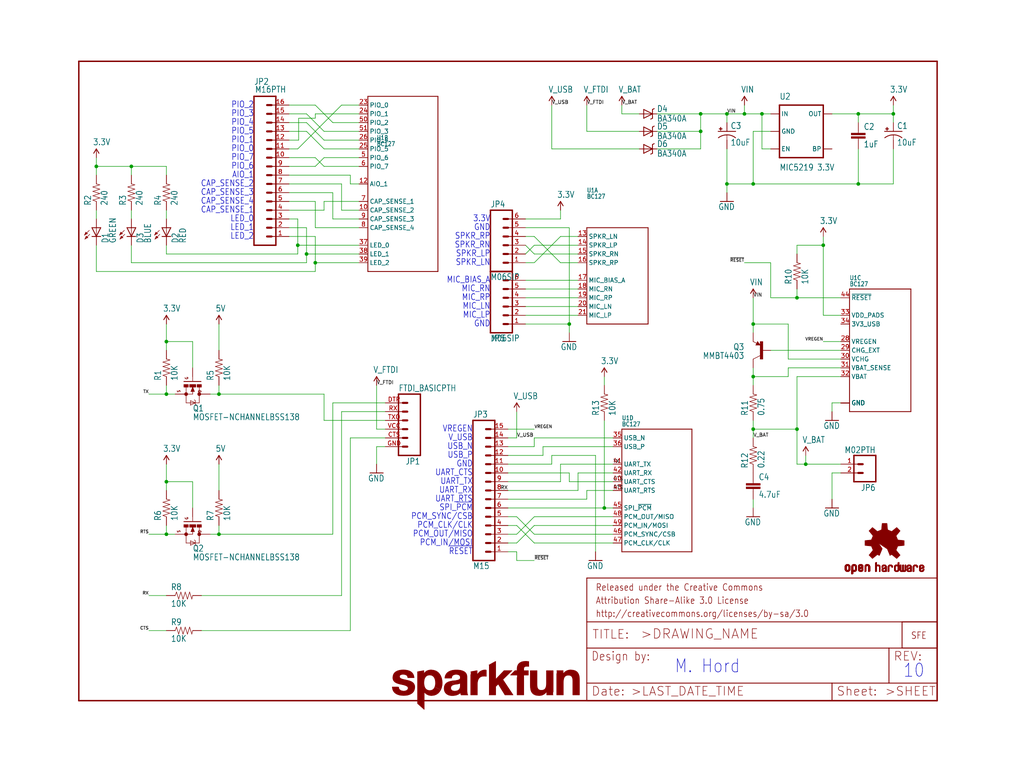
<source format=kicad_sch>
(kicad_sch (version 20211123) (generator eeschema)
  (paper "User" 297.002 226.263)
  (lib_symbols
    (symbol "eagleSchem-eagle-import:0.22OHM1{slash}4W1%(0805)"
      (property "Reference" "R" (at -3.81 1.4986 0))
      (property "Value" "0.22OHM1{slash}4W1%(0805)" (at -3.81 -3.302 0))
      (symbol "0.22OHM1{slash}4W1%(0805)_1_0"
        (pin passive line (at -5.08 0 0) (length 2.54) (name "1") (number "1"))
        (pin passive line (at 5.08 0 180) (length 2.54) (name "2") (number "2"))
      )
    )
    (symbol "eagleSchem-eagle-import:0.75OHM1{slash}4W1%(0805)"
      (property "Reference" "R" (at -3.81 1.4986 0))
      (property "Value" "0.75OHM1{slash}4W1%(0805)" (at -3.81 -3.302 0))
      (symbol "0.75OHM1{slash}4W1%(0805)_1_0"
        (pin passive line (at -5.08 0 0) (length 2.54) (name "1") (number "1"))
        (pin passive line (at 5.08 0 180) (length 2.54) (name "2") (number "2"))
      )
    )
    (symbol "eagleSchem-eagle-import:10KOHM1{slash}10W1%(0603)0603"
      (property "Reference" "R" (at -3.81 1.4986 0))
      (property "Value" "10KOHM1{slash}10W1%(0603)0603" (at -3.81 -3.302 0))
      (symbol "10KOHM1{slash}10W1%(0603)0603_1_0"
        (pin passive line (at -5.08 0 0) (length 2.54) (name "1") (number "1"))
        (pin passive line (at 5.08 0 180) (length 2.54) (name "2") (number "2"))
      )
    )
    (symbol "eagleSchem-eagle-import:10UF-16V-10%(TANT)"
      (property "Reference" "C" (at 1.016 0.635 0))
      (property "Value" "10UF-16V-10%(TANT)" (at 1.016 -4.191 0))
      (symbol "10UF-16V-10%(TANT)_1_0"
        (pin passive line (at 0 2.54 270) (length 2.54) (name "+") (number "A"))
        (pin passive line (at 0 -5.08 90) (length 2.54) (name "-") (number "C"))
      )
    )
    (symbol "eagleSchem-eagle-import:1UF-25V-10%(0805)"
      (property "Reference" "C" (at 1.524 2.921 0))
      (property "Value" "1UF-25V-10%(0805)" (at 1.524 -2.159 0))
      (symbol "1UF-25V-10%(0805)_1_0"
        (pin passive line (at 0 5.08 270) (length 2.54) (name "1") (number "1"))
        (pin passive line (at 0 -2.54 90) (length 2.54) (name "2") (number "2"))
      )
    )
    (symbol "eagleSchem-eagle-import:240OHM1{slash}10W1%(0603)"
      (property "Reference" "R" (at -3.81 1.4986 0))
      (property "Value" "240OHM1{slash}10W1%(0603)" (at -3.81 -3.302 0))
      (symbol "240OHM1{slash}10W1%(0603)_1_0"
        (pin passive line (at -5.08 0 0) (length 2.54) (name "1") (number "1"))
        (pin passive line (at 5.08 0 180) (length 2.54) (name "2") (number "2"))
      )
    )
    (symbol "eagleSchem-eagle-import:3.3V" (power)
      (property "Value" "3.3V" (at -1.016 3.556 0))
      (symbol "3.3V_1_0"
        (pin power_in line (at 0 0 90) (length 2.54) (name "3.3V") (number "1"))
      )
    )
    (symbol "eagleSchem-eagle-import:4.7UF-6.3V-10%(0603)0603"
      (property "Reference" "C" (at 1.524 2.921 0))
      (property "Value" "4.7UF-6.3V-10%(0603)0603" (at 1.524 -2.159 0))
      (symbol "4.7UF-6.3V-10%(0603)0603_1_0"
        (pin passive line (at 0 5.08 270) (length 2.54) (name "1") (number "1"))
        (pin passive line (at 0 -2.54 90) (length 2.54) (name "2") (number "2"))
      )
    )
    (symbol "eagleSchem-eagle-import:5V" (power)
      (property "Value" "5V" (at -1.016 3.556 0))
      (symbol "5V_1_0"
        (pin power_in line (at 0 0 90) (length 2.54) (name "5V") (number "1"))
      )
    )
    (symbol "eagleSchem-eagle-import:B340A"
      (property "Reference" "D" (at 2.54 0.4826 0))
      (property "Value" "B340A" (at 2.54 -2.3114 0))
      (symbol "B340A_1_0"
        (pin passive line (at -2.54 0 0) (length 2.54) (name "A") (number "A"))
        (pin passive line (at 2.54 0 180) (length 2.54) (name "C") (number "C"))
      )
    )
    (symbol "eagleSchem-eagle-import:BC127EXTRA_PASTE"
      (property "Reference" "U" (at 0 38.1 0))
      (property "Value" "BC127EXTRA_PASTE" (at 0 36.322 0))
      (symbol "BC127EXTRA_PASTE_1_0"
        (pin bidirectional line (at -2.54 25.4 0) (length 2.54) (name "SPKR_LN") (number "13"))
        (pin bidirectional line (at -2.54 22.86 0) (length 2.54) (name "SPKR_LP") (number "14"))
        (pin bidirectional line (at -2.54 20.32 0) (length 2.54) (name "SPKR_RN") (number "15"))
        (pin bidirectional line (at -2.54 17.78 0) (length 2.54) (name "SPKR_RP") (number "16"))
        (pin bidirectional line (at -2.54 12.7 0) (length 2.54) (name "MIC_BIAS_A") (number "17"))
        (pin bidirectional line (at -2.54 10.16 0) (length 2.54) (name "MIC_RN") (number "18"))
        (pin bidirectional line (at -2.54 7.62 0) (length 2.54) (name "MIC_RP") (number "19"))
        (pin bidirectional line (at -2.54 5.08 0) (length 2.54) (name "MIC_LN") (number "20"))
        (pin bidirectional line (at -2.54 2.54 0) (length 2.54) (name "MIC_LP") (number "21"))
      )
      (symbol "BC127EXTRA_PASTE_2_0"
        (pin bidirectional line (at -5.08 17.78 0) (length 2.54) (name "CAP_SENSE_2") (number "10"))
        (pin bidirectional line (at -5.08 25.4 0) (length 2.54) (name "AIO_1") (number "12"))
        (pin bidirectional line (at -5.08 48.26 0) (length 2.54) (name "PIO_0") (number "23"))
        (pin bidirectional line (at -5.08 45.72 0) (length 2.54) (name "PIO_1") (number "24"))
        (pin bidirectional line (at -5.08 35.56 0) (length 2.54) (name "PIO_5") (number "25"))
        (pin bidirectional line (at -5.08 38.1 0) (length 2.54) (name "PIO_4") (number "26"))
        (pin bidirectional line (at -5.08 7.62 0) (length 2.54) (name "LED_0") (number "37"))
        (pin bidirectional line (at -5.08 5.08 0) (length 2.54) (name "LED_1") (number "38"))
        (pin bidirectional line (at -5.08 2.54 0) (length 2.54) (name "LED_2") (number "39"))
        (pin bidirectional line (at -5.08 33.02 0) (length 2.54) (name "PIO_6") (number "5"))
        (pin bidirectional line (at -5.08 43.18 0) (length 2.54) (name "PIO_2") (number "50"))
        (pin bidirectional line (at -5.08 40.64 0) (length 2.54) (name "PIO_3") (number "51"))
        (pin bidirectional line (at -5.08 30.48 0) (length 2.54) (name "PIO_7") (number "6"))
        (pin bidirectional line (at -5.08 20.32 0) (length 2.54) (name "CAP_SENSE_1") (number "7"))
        (pin bidirectional line (at -5.08 12.7 0) (length 2.54) (name "CAP_SENSE_4") (number "8"))
        (pin bidirectional line (at -5.08 15.24 0) (length 2.54) (name "CAP_SENSE_3") (number "9"))
      )
      (symbol "BC127EXTRA_PASTE_3_0"
        (pin bidirectional line (at -2.54 2.54 0) (length 2.54) (name "GND") (number "1"))
        (pin bidirectional line (at -2.54 2.54 0) (length 2.54) (name "GND") (number "11"))
        (pin bidirectional line (at -2.54 2.54 0) (length 2.54) (name "GND") (number "2"))
        (pin bidirectional line (at -2.54 2.54 0) (length 2.54) (name "GND") (number "22"))
        (pin bidirectional line (at -2.54 2.54 0) (length 2.54) (name "GND") (number "27"))
        (pin bidirectional line (at -2.54 20.32 0) (length 2.54) (name "VREGEN") (number "28"))
        (pin bidirectional line (at -2.54 17.78 0) (length 2.54) (name "CHG_EXT") (number "29"))
        (pin bidirectional line (at -2.54 2.54 0) (length 2.54) (name "GND") (number "3"))
        (pin bidirectional line (at -2.54 15.24 0) (length 2.54) (name "VCHG") (number "30"))
        (pin bidirectional line (at -2.54 12.7 0) (length 2.54) (name "VBAT_SENSE") (number "31"))
        (pin bidirectional line (at -2.54 10.16 0) (length 2.54) (name "VBAT") (number "32"))
        (pin bidirectional line (at -2.54 27.94 0) (length 2.54) (name "VDD_PADS") (number "33"))
        (pin bidirectional line (at -2.54 25.4 0) (length 2.54) (name "3V3_USB") (number "34"))
        (pin bidirectional line (at -2.54 2.54 0) (length 2.54) (name "GND") (number "4"))
        (pin bidirectional line (at -2.54 33.02 0) (length 2.54) (name "~{RESET}") (number "44"))
      )
      (symbol "BC127EXTRA_PASTE_4_0"
        (pin bidirectional line (at -2.54 33.02 0) (length 2.54) (name "USB_N") (number "35"))
        (pin bidirectional line (at -2.54 30.48 0) (length 2.54) (name "USB_P") (number "36"))
        (pin bidirectional line (at -2.54 20.32 0) (length 2.54) (name "UART_CTS") (number "40"))
        (pin bidirectional line (at -2.54 25.4 0) (length 2.54) (name "UART_TX") (number "41"))
        (pin bidirectional line (at -2.54 22.86 0) (length 2.54) (name "UART_RX") (number "42"))
        (pin bidirectional line (at -2.54 17.78 0) (length 2.54) (name "UART_RTS") (number "43"))
        (pin bidirectional line (at -2.54 12.7 0) (length 2.54) (name "SPI_~{PCM}") (number "45"))
        (pin bidirectional line (at -2.54 5.08 0) (length 2.54) (name "PCM_SYNC/CSB") (number "46"))
        (pin bidirectional line (at -2.54 2.54 0) (length 2.54) (name "PCM_CLK/CLK") (number "47"))
        (pin bidirectional line (at -2.54 10.16 0) (length 2.54) (name "PCM_OUT/MISO") (number "48"))
        (pin bidirectional line (at -2.54 7.62 0) (length 2.54) (name "PCM_IN/MOSI") (number "49"))
      )
    )
    (symbol "eagleSchem-eagle-import:FRAME-LETTER"
      (symbol "FRAME-LETTER_2_0"
        (text ">DRAWING_NAME" (at 15.494 17.78 0) (effects (font (size 2.7432 2.7432)) (justify left bottom)))
        (text ">LAST_DATE_TIME" (at 12.7 1.27 0) (effects (font (size 2.54 2.54)) (justify left bottom)))
        (text ">SHEET" (at 86.36 1.27 0) (effects (font (size 2.54 2.54)) (justify left bottom)))
        (text "Attribution Share-Alike 3.0 License" (at 2.54 27.94 0) (effects (font (size 1.9304 1.6408)) (justify left bottom)))
        (text "Date:" (at 1.27 1.27 0) (effects (font (size 2.54 2.54)) (justify left bottom)))
        (text "Design by:" (at 1.27 11.43 0) (effects (font (size 2.54 2.159)) (justify left bottom)))
        (text "http://creativecommons.org/licenses/by-sa/3.0" (at 2.54 24.13 0) (effects (font (size 1.9304 1.6408)) (justify left bottom)))
        (text "Released under the Creative Commons" (at 2.54 31.75 0) (effects (font (size 1.9304 1.6408)) (justify left bottom)))
        (text "REV:" (at 88.9 11.43 0) (effects (font (size 2.54 2.54)) (justify left bottom)))
        (text "Sheet:" (at 72.39 1.27 0) (effects (font (size 2.54 2.54)) (justify left bottom)))
        (text "TITLE:" (at 1.524 17.78 0) (effects (font (size 2.54 2.54)) (justify left bottom)))
      )
    )
    (symbol "eagleSchem-eagle-import:FTDI_BASICPTH"
      (property "Reference" "JP" (at -5.08 10.922 0))
      (property "Value" "FTDI_BASICPTH" (at -5.08 -10.16 0))
      (symbol "FTDI_BASICPTH_1_0"
        (pin passive line (at 5.08 5.08 180) (length 5.08) (name "5") (number "CTS"))
        (pin passive line (at 5.08 -5.08 180) (length 5.08) (name "1") (number "DTR"))
        (pin passive line (at 5.08 7.62 180) (length 5.08) (name "6") (number "GND"))
        (pin passive line (at 5.08 -2.54 180) (length 5.08) (name "2") (number "RXI"))
        (pin passive line (at 5.08 0 180) (length 5.08) (name "3") (number "TXO"))
        (pin passive line (at 5.08 2.54 180) (length 5.08) (name "4") (number "VCC"))
      )
    )
    (symbol "eagleSchem-eagle-import:GND" (power)
      (property "Value" "GND" (at -2.54 -2.54 0))
      (symbol "GND_1_0"
        (pin power_in line (at 0 2.54 270) (length 2.54) (name "GND") (number "1"))
      )
    )
    (symbol "eagleSchem-eagle-import:LED-BLUE0603"
      (property "Reference" "D" (at 3.556 -4.572 90))
      (property "Value" "LED-BLUE0603" (at 5.715 -4.572 90))
      (symbol "LED-BLUE0603_1_0"
        (pin passive line (at 0 2.54 270) (length 2.54) (name "A") (number "A"))
        (pin passive line (at 0 -5.08 90) (length 2.54) (name "C") (number "C"))
      )
    )
    (symbol "eagleSchem-eagle-import:LED-GREEN0603"
      (property "Reference" "D" (at 3.556 -4.572 90))
      (property "Value" "LED-GREEN0603" (at 5.715 -4.572 90))
      (symbol "LED-GREEN0603_1_0"
        (pin passive line (at 0 2.54 270) (length 2.54) (name "A") (number "A"))
        (pin passive line (at 0 -5.08 90) (length 2.54) (name "C") (number "C"))
      )
    )
    (symbol "eagleSchem-eagle-import:LED-RED0603"
      (property "Reference" "D" (at 3.556 -4.572 90))
      (property "Value" "LED-RED0603" (at 5.715 -4.572 90))
      (symbol "LED-RED0603_1_0"
        (pin passive line (at 0 2.54 270) (length 2.54) (name "A") (number "A"))
        (pin passive line (at 0 -5.08 90) (length 2.54) (name "C") (number "C"))
      )
    )
    (symbol "eagleSchem-eagle-import:LOGO-SFENEW"
      (symbol "LOGO-SFENEW_1_0"
        (text "SFE" (at 0 0 0) (effects (font (size 1.9304 1.6408)) (justify left bottom)))
      )
    )
    (symbol "eagleSchem-eagle-import:M02PTH"
      (property "Reference" "JP" (at -2.54 5.842 0))
      (property "Value" "M02PTH" (at -2.54 -5.08 0))
      (symbol "M02PTH_1_0"
        (pin passive line (at 7.62 0 180) (length 5.08) (name "1") (number "1"))
        (pin passive line (at 7.62 2.54 180) (length 5.08) (name "2") (number "2"))
      )
    )
    (symbol "eagleSchem-eagle-import:M06SIP"
      (property "Reference" "JP" (at -5.08 10.922 0))
      (property "Value" "M06SIP" (at -5.08 -10.16 0))
      (symbol "M06SIP_1_0"
        (pin passive line (at 5.08 -5.08 180) (length 5.08) (name "1") (number "1"))
        (pin passive line (at 5.08 -2.54 180) (length 5.08) (name "2") (number "2"))
        (pin passive line (at 5.08 0 180) (length 5.08) (name "3") (number "3"))
        (pin passive line (at 5.08 2.54 180) (length 5.08) (name "4") (number "4"))
        (pin passive line (at 5.08 5.08 180) (length 5.08) (name "5") (number "5"))
        (pin passive line (at 5.08 7.62 180) (length 5.08) (name "6") (number "6"))
      )
    )
    (symbol "eagleSchem-eagle-import:M15"
      (property "Reference" "JP" (at 0 21.082 0))
      (property "Value" "M15" (at 0 -22.86 0))
      (symbol "M15_1_0"
        (pin passive line (at 10.16 -17.78 180) (length 5.08) (name "1") (number "1"))
        (pin passive line (at 10.16 5.08 180) (length 5.08) (name "10") (number "10"))
        (pin passive line (at 10.16 7.62 180) (length 5.08) (name "11") (number "11"))
        (pin passive line (at 10.16 10.16 180) (length 5.08) (name "12") (number "12"))
        (pin passive line (at 10.16 12.7 180) (length 5.08) (name "13") (number "13"))
        (pin passive line (at 10.16 15.24 180) (length 5.08) (name "14") (number "14"))
        (pin passive line (at 10.16 17.78 180) (length 5.08) (name "15") (number "15"))
        (pin passive line (at 10.16 -15.24 180) (length 5.08) (name "2") (number "2"))
        (pin passive line (at 10.16 -12.7 180) (length 5.08) (name "3") (number "3"))
        (pin passive line (at 10.16 -10.16 180) (length 5.08) (name "4") (number "4"))
        (pin passive line (at 10.16 -7.62 180) (length 5.08) (name "5") (number "5"))
        (pin passive line (at 10.16 -5.08 180) (length 5.08) (name "6") (number "6"))
        (pin passive line (at 10.16 -2.54 180) (length 5.08) (name "7") (number "7"))
        (pin passive line (at 10.16 0 180) (length 5.08) (name "8") (number "8"))
        (pin passive line (at 10.16 2.54 180) (length 5.08) (name "9") (number "9"))
      )
    )
    (symbol "eagleSchem-eagle-import:M16PTH"
      (property "Reference" "JP" (at 0 21.082 0))
      (property "Value" "M16PTH" (at 0 -25.4 0))
      (symbol "M16PTH_1_0"
        (pin passive line (at 10.16 -20.32 180) (length 5.08) (name "1") (number "1"))
        (pin passive line (at 10.16 2.54 180) (length 5.08) (name "10") (number "10"))
        (pin passive line (at 10.16 5.08 180) (length 5.08) (name "11") (number "11"))
        (pin passive line (at 10.16 7.62 180) (length 5.08) (name "12") (number "12"))
        (pin passive line (at 10.16 10.16 180) (length 5.08) (name "13") (number "13"))
        (pin passive line (at 10.16 12.7 180) (length 5.08) (name "14") (number "14"))
        (pin passive line (at 10.16 15.24 180) (length 5.08) (name "15") (number "15"))
        (pin passive line (at 10.16 17.78 180) (length 5.08) (name "16") (number "16"))
        (pin passive line (at 10.16 -17.78 180) (length 5.08) (name "2") (number "2"))
        (pin passive line (at 10.16 -15.24 180) (length 5.08) (name "3") (number "3"))
        (pin passive line (at 10.16 -12.7 180) (length 5.08) (name "4") (number "4"))
        (pin passive line (at 10.16 -10.16 180) (length 5.08) (name "5") (number "5"))
        (pin passive line (at 10.16 -7.62 180) (length 5.08) (name "6") (number "6"))
        (pin passive line (at 10.16 -5.08 180) (length 5.08) (name "7") (number "7"))
        (pin passive line (at 10.16 -2.54 180) (length 5.08) (name "8") (number "8"))
        (pin passive line (at 10.16 0 180) (length 5.08) (name "9") (number "9"))
      )
    )
    (symbol "eagleSchem-eagle-import:MOSFET-NCHANNELBSS138"
      (property "Reference" "Q" (at 5.08 2.54 0))
      (property "Value" "MOSFET-NCHANNELBSS138" (at 5.08 0 0))
      (symbol "MOSFET-NCHANNELBSS138_1_0"
        (text "D" (at -1.27 2.54 0) (effects (font (size 0.8128 0.6908)) (justify left bottom)))
        (text "G" (at -5.08 -1.27 0) (effects (font (size 0.8128 0.6908)) (justify left bottom)))
        (text "S" (at -1.27 -3.556 0) (effects (font (size 0.8128 0.6908)) (justify left bottom)))
        (pin passive line (at -7.62 0 0) (length 2.54) (name "G") (number "1"))
        (pin passive line (at 0 -5.08 90) (length 2.54) (name "S") (number "2"))
        (pin passive line (at 0 5.08 270) (length 2.54) (name "D") (number "3"))
      )
    )
    (symbol "eagleSchem-eagle-import:OSHW-LOGOM")
    (symbol "eagleSchem-eagle-import:SFE_LOGO_NAME.1_INCH")
    (symbol "eagleSchem-eagle-import:TRANSISTOR_PNPMMBT4403"
      (property "Reference" "Q" (at 5.08 0 0))
      (property "Value" "TRANSISTOR_PNPMMBT4403" (at 5.08 -2.54 0))
      (symbol "TRANSISTOR_PNPMMBT4403_1_0"
        (pin passive line (at -2.54 0 0) (length 2.54) (name "B") (number "1"))
        (pin passive line (at 2.54 5.08 270) (length 2.54) (name "E") (number "2"))
        (pin passive line (at 2.54 -5.08 90) (length 2.54) (name "C") (number "3"))
      )
    )
    (symbol "eagleSchem-eagle-import:V_REG_MIC52193.3V"
      (property "Reference" "U" (at -7.62 9.144 0))
      (property "Value" "V_REG_MIC52193.3V" (at -7.62 -11.43 0))
      (symbol "V_REG_MIC52193.3V_1_0"
        (pin input line (at -10.16 5.08 0) (length 2.54) (name "IN") (number "1"))
        (pin input line (at -10.16 0 0) (length 2.54) (name "GND") (number "2"))
        (pin input line (at -10.16 -5.08 0) (length 2.54) (name "EN") (number "3"))
        (pin input line (at 7.62 -5.08 180) (length 2.54) (name "BP") (number "4"))
        (pin passive line (at 7.62 5.08 180) (length 2.54) (name "OUT") (number "5"))
      )
    )
  )
  (junction (at 215.9 33.02))
  (junction (at 218.44 124.46))
  (junction (at 218.44 53.34))
  (junction (at 210.82 33.02))
  (junction (at 48.26 139.7))
  (junction (at 259.08 33.02))
  (junction (at 48.26 154.94))
  (junction (at 218.44 93.98))
  (junction (at 48.26 114.3))
  (junction (at 91.44 76.2))
  (junction (at 210.82 53.34))
  (junction (at 86.36 71.12))
  (junction (at 38.1 48.26))
  (junction (at 231.14 124.46))
  (junction (at 218.44 109.22))
  (junction (at 238.76 71.12))
  (junction (at 203.2 38.1))
  (junction (at 63.5 154.94))
  (junction (at 248.92 53.34))
  (junction (at 203.2 33.02))
  (junction (at 233.68 134.62))
  (junction (at 175.26 147.32))
  (junction (at 165.1 93.98))
  (junction (at 220.98 33.02))
  (junction (at 248.92 33.02))
  (junction (at 231.14 86.36))
  (junction (at 27.94 48.26))
  (junction (at 88.9 73.66))
  (junction (at 63.5 114.3))
  (junction (at 48.26 99.06))
  (wire (pts (xy 177.8 142.24) (xy 170.18 142.24)))
  (wire (pts (xy 93.98 38.1) (xy 88.9 33.02)))
  (wire (pts (xy 259.08 30.48) (xy 259.08 33.02)))
  (wire (pts (xy 210.82 53.34) (xy 218.44 53.34)))
  (wire (pts (xy 231.14 86.36) (xy 243.84 86.36)))
  (wire (pts (xy 170.18 142.24) (xy 170.18 144.78)))
  (wire (pts (xy 104.14 58.42) (xy 93.98 58.42)))
  (wire (pts (xy 55.88 139.7) (xy 48.26 139.7)))
  (wire (pts (xy 55.88 99.06) (xy 48.26 99.06)))
  (wire (pts (xy 96.52 154.94) (xy 96.52 116.84)))
  (wire (pts (xy 220.98 43.18) (xy 220.98 33.02)))
  (wire (pts (xy 83.82 60.96) (xy 93.98 60.96)))
  (wire (pts (xy 147.32 152.4) (xy 149.86 152.4)))
  (wire (pts (xy 170.18 144.78) (xy 147.32 144.78)))
  (wire (pts (xy 160.02 30.48) (xy 160.02 43.18)))
  (wire (pts (xy 157.48 132.08) (xy 157.48 129.54)))
  (wire (pts (xy 170.18 38.1) (xy 185.42 38.1)))
  (wire (pts (xy 218.44 109.22) (xy 228.6 109.22)))
  (wire (pts (xy 48.26 99.06) (xy 48.26 101.6)))
  (wire (pts (xy 91.44 58.42) (xy 83.82 58.42)))
  (wire (pts (xy 231.14 124.46) (xy 231.14 109.22)))
  (wire (pts (xy 157.48 129.54) (xy 177.8 129.54)))
  (wire (pts (xy 190.5 38.1) (xy 203.2 38.1)))
  (wire (pts (xy 86.36 73.66) (xy 86.36 71.12)))
  (wire (pts (xy 63.5 142.24) (xy 63.5 134.62)))
  (wire (pts (xy 96.52 116.84) (xy 111.76 116.84)))
  (wire (pts (xy 259.08 33.02) (xy 259.08 35.56)))
  (wire (pts (xy 160.02 132.08) (xy 172.72 132.08)))
  (wire (pts (xy 99.06 172.72) (xy 99.06 119.38)))
  (wire (pts (xy 177.8 147.32) (xy 175.26 147.32)))
  (wire (pts (xy 48.26 71.12) (xy 48.26 73.66)))
  (wire (pts (xy 91.44 76.2) (xy 104.14 76.2)))
  (wire (pts (xy 241.3 116.84) (xy 241.3 119.38)))
  (wire (pts (xy 152.4 88.9) (xy 167.64 88.9)))
  (wire (pts (xy 109.22 129.54) (xy 111.76 129.54)))
  (wire (pts (xy 55.88 106.68) (xy 55.88 99.06)))
  (wire (pts (xy 165.1 139.7) (xy 165.1 137.16)))
  (wire (pts (xy 96.52 63.5) (xy 104.14 63.5)))
  (wire (pts (xy 93.98 114.3) (xy 93.98 121.92)))
  (wire (pts (xy 48.26 73.66) (xy 86.36 73.66)))
  (wire (pts (xy 154.94 68.58) (xy 152.4 68.58)))
  (wire (pts (xy 218.44 124.46) (xy 231.14 124.46)))
  (wire (pts (xy 101.6 53.34) (xy 104.14 53.34)))
  (wire (pts (xy 91.44 78.74) (xy 91.44 76.2)))
  (wire (pts (xy 175.26 121.92) (xy 175.26 147.32)))
  (wire (pts (xy 91.44 68.58) (xy 91.44 76.2)))
  (wire (pts (xy 172.72 132.08) (xy 172.72 160.02)))
  (wire (pts (xy 165.1 66.04) (xy 152.4 66.04)))
  (wire (pts (xy 223.52 86.36) (xy 223.52 76.2)))
  (wire (pts (xy 152.4 86.36) (xy 167.64 86.36)))
  (wire (pts (xy 220.98 33.02) (xy 223.52 33.02)))
  (wire (pts (xy 152.4 93.98) (xy 165.1 93.98)))
  (wire (pts (xy 38.1 71.12) (xy 38.1 76.2)))
  (wire (pts (xy 48.26 60.96) (xy 48.26 63.5)))
  (wire (pts (xy 48.26 182.88) (xy 43.18 182.88)))
  (wire (pts (xy 147.32 142.24) (xy 167.64 142.24)))
  (wire (pts (xy 147.32 147.32) (xy 175.26 147.32)))
  (wire (pts (xy 154.94 127) (xy 154.94 129.54)))
  (wire (pts (xy 218.44 53.34) (xy 248.92 53.34)))
  (wire (pts (xy 231.14 124.46) (xy 231.14 134.62)))
  (wire (pts (xy 149.86 154.94) (xy 147.32 154.94)))
  (wire (pts (xy 210.82 33.02) (xy 210.82 35.56)))
  (wire (pts (xy 88.9 66.04) (xy 88.9 73.66)))
  (wire (pts (xy 228.6 93.98) (xy 228.6 104.14)))
  (wire (pts (xy 162.56 63.5) (xy 162.56 60.96)))
  (wire (pts (xy 104.14 35.56) (xy 96.52 35.56)))
  (wire (pts (xy 218.44 106.68) (xy 218.44 109.22)))
  (wire (pts (xy 63.5 101.6) (xy 63.5 93.98)))
  (wire (pts (xy 165.1 93.98) (xy 165.1 96.52)))
  (wire (pts (xy 104.14 43.18) (xy 93.98 43.18)))
  (wire (pts (xy 177.8 134.62) (xy 162.56 134.62)))
  (wire (pts (xy 101.6 182.88) (xy 101.6 127)))
  (wire (pts (xy 83.82 68.58) (xy 91.44 68.58)))
  (wire (pts (xy 223.52 101.6) (xy 243.84 101.6)))
  (wire (pts (xy 177.8 157.48) (xy 154.94 157.48)))
  (wire (pts (xy 160.02 134.62) (xy 160.02 132.08)))
  (wire (pts (xy 27.94 71.12) (xy 27.94 78.74)))
  (wire (pts (xy 162.56 139.7) (xy 147.32 139.7)))
  (wire (pts (xy 223.52 43.18) (xy 220.98 43.18)))
  (wire (pts (xy 231.14 83.82) (xy 231.14 86.36)))
  (wire (pts (xy 149.86 152.4) (xy 154.94 157.48)))
  (wire (pts (xy 248.92 33.02) (xy 259.08 33.02)))
  (wire (pts (xy 154.94 71.12) (xy 152.4 73.66)))
  (wire (pts (xy 38.1 76.2) (xy 88.9 76.2)))
  (wire (pts (xy 48.26 172.72) (xy 43.18 172.72)))
  (wire (pts (xy 27.94 48.26) (xy 38.1 48.26)))
  (wire (pts (xy 231.14 109.22) (xy 243.84 109.22)))
  (wire (pts (xy 27.94 60.96) (xy 27.94 63.5)))
  (wire (pts (xy 50.8 154.94) (xy 48.26 154.94)))
  (wire (pts (xy 88.9 38.1) (xy 83.82 38.1)))
  (wire (pts (xy 233.68 134.62) (xy 243.84 134.62)))
  (wire (pts (xy 203.2 33.02) (xy 210.82 33.02)))
  (wire (pts (xy 218.44 93.98) (xy 218.44 96.52)))
  (wire (pts (xy 149.86 162.56) (xy 154.94 162.56)))
  (wire (pts (xy 152.4 83.82) (xy 167.64 83.82)))
  (wire (pts (xy 147.32 160.02) (xy 149.86 160.02)))
  (wire (pts (xy 210.82 33.02) (xy 215.9 33.02)))
  (wire (pts (xy 177.8 127) (xy 154.94 127)))
  (wire (pts (xy 86.36 63.5) (xy 86.36 71.12)))
  (wire (pts (xy 180.34 33.02) (xy 185.42 33.02)))
  (wire (pts (xy 167.64 76.2) (xy 162.56 76.2)))
  (wire (pts (xy 233.68 132.08) (xy 233.68 134.62)))
  (wire (pts (xy 63.5 114.3) (xy 60.96 114.3)))
  (wire (pts (xy 48.26 154.94) (xy 43.18 154.94)))
  (wire (pts (xy 218.44 147.32) (xy 218.44 144.78)))
  (wire (pts (xy 38.1 48.26) (xy 38.1 50.8)))
  (wire (pts (xy 104.14 38.1) (xy 93.98 38.1)))
  (wire (pts (xy 218.44 127) (xy 218.44 124.46)))
  (wire (pts (xy 63.5 114.3) (xy 93.98 114.3)))
  (wire (pts (xy 104.14 48.26) (xy 93.98 48.26)))
  (wire (pts (xy 218.44 109.22) (xy 218.44 111.76)))
  (wire (pts (xy 91.44 34.29) (xy 91.44 33.02)))
  (wire (pts (xy 58.42 172.72) (xy 99.06 172.72)))
  (wire (pts (xy 167.64 71.12) (xy 154.94 71.12)))
  (wire (pts (xy 215.9 30.48) (xy 215.9 33.02)))
  (wire (pts (xy 177.8 149.86) (xy 154.94 149.86)))
  (wire (pts (xy 104.14 30.48) (xy 99.06 30.48)))
  (wire (pts (xy 165.1 93.98) (xy 165.1 66.04)))
  (wire (pts (xy 48.26 111.76) (xy 48.26 114.3)))
  (wire (pts (xy 91.44 45.72) (xy 83.82 45.72)))
  (wire (pts (xy 228.6 109.22) (xy 228.6 106.68)))
  (wire (pts (xy 218.44 38.1) (xy 218.44 53.34)))
  (wire (pts (xy 241.3 33.02) (xy 248.92 33.02)))
  (wire (pts (xy 93.98 45.72) (xy 104.14 45.72)))
  (wire (pts (xy 109.22 134.62) (xy 109.22 129.54)))
  (wire (pts (xy 243.84 99.06) (xy 238.76 99.06)))
  (wire (pts (xy 231.14 71.12) (xy 231.14 73.66)))
  (wire (pts (xy 162.56 76.2) (xy 154.94 68.58)))
  (wire (pts (xy 147.32 157.48) (xy 149.86 157.48)))
  (wire (pts (xy 177.8 152.4) (xy 154.94 152.4)))
  (wire (pts (xy 101.6 127) (xy 111.76 127)))
  (wire (pts (xy 231.14 134.62) (xy 233.68 134.62)))
  (wire (pts (xy 88.9 73.66) (xy 104.14 73.66)))
  (wire (pts (xy 167.64 142.24) (xy 167.64 137.16)))
  (wire (pts (xy 86.36 43.18) (xy 83.82 43.18)))
  (wire (pts (xy 99.06 60.96) (xy 104.14 60.96)))
  (wire (pts (xy 101.6 50.8) (xy 101.6 53.34)))
  (wire (pts (xy 99.06 119.38) (xy 111.76 119.38)))
  (wire (pts (xy 215.9 33.02) (xy 220.98 33.02)))
  (wire (pts (xy 154.94 154.94) (xy 149.86 149.86)))
  (wire (pts (xy 88.9 33.02) (xy 83.82 33.02)))
  (wire (pts (xy 86.36 71.12) (xy 104.14 71.12)))
  (wire (pts (xy 48.26 139.7) (xy 48.26 134.62)))
  (wire (pts (xy 167.64 73.66) (xy 154.94 73.66)))
  (wire (pts (xy 109.22 124.46) (xy 111.76 124.46)))
  (wire (pts (xy 50.8 114.3) (xy 48.26 114.3)))
  (wire (pts (xy 93.98 121.92) (xy 111.76 121.92)))
  (wire (pts (xy 238.76 68.58) (xy 238.76 71.12)))
  (wire (pts (xy 175.26 109.22) (xy 175.26 111.76)))
  (wire (pts (xy 259.08 53.34) (xy 259.08 43.18)))
  (wire (pts (xy 154.94 73.66) (xy 152.4 71.12)))
  (wire (pts (xy 223.52 38.1) (xy 218.44 38.1)))
  (wire (pts (xy 83.82 66.04) (xy 88.9 66.04)))
  (wire (pts (xy 48.26 152.4) (xy 48.26 154.94)))
  (wire (pts (xy 218.44 86.36) (xy 218.44 93.98)))
  (wire (pts (xy 190.5 43.18) (xy 203.2 43.18)))
  (wire (pts (xy 162.56 68.58) (xy 154.94 76.2)))
  (wire (pts (xy 93.98 48.26) (xy 91.44 45.72)))
  (wire (pts (xy 27.94 78.74) (xy 91.44 78.74)))
  (wire (pts (xy 241.3 137.16) (xy 241.3 144.78)))
  (wire (pts (xy 27.94 45.72) (xy 27.94 48.26)))
  (wire (pts (xy 149.86 160.02) (xy 149.86 162.56)))
  (wire (pts (xy 38.1 48.26) (xy 48.26 48.26)))
  (wire (pts (xy 177.8 139.7) (xy 165.1 139.7)))
  (wire (pts (xy 104.14 33.02) (xy 91.44 33.02)))
  (wire (pts (xy 83.82 63.5) (xy 86.36 63.5)))
  (wire (pts (xy 177.8 154.94) (xy 154.94 154.94)))
  (wire (pts (xy 93.98 58.42) (xy 93.98 60.96)))
  (wire (pts (xy 248.92 33.02) (xy 248.92 35.56)))
  (wire (pts (xy 91.44 48.26) (xy 93.98 45.72)))
  (wire (pts (xy 160.02 43.18) (xy 185.42 43.18)))
  (wire (pts (xy 109.22 111.76) (xy 109.22 124.46)))
  (wire (pts (xy 180.34 30.48) (xy 180.34 33.02)))
  (wire (pts (xy 96.52 55.88) (xy 83.82 55.88)))
  (wire (pts (xy 63.5 154.94) (xy 96.52 154.94)))
  (wire (pts (xy 91.44 30.48) (xy 83.82 30.48)))
  (wire (pts (xy 152.4 63.5) (xy 162.56 63.5)))
  (wire (pts (xy 147.32 134.62) (xy 160.02 134.62)))
  (wire (pts (xy 96.52 35.56) (xy 91.44 30.48)))
  (wire (pts (xy 154.94 76.2) (xy 152.4 76.2)))
  (wire (pts (xy 63.5 152.4) (xy 63.5 154.94)))
  (wire (pts (xy 93.98 43.18) (xy 88.9 38.1)))
  (wire (pts (xy 231.14 86.36) (xy 223.52 86.36)))
  (wire (pts (xy 149.86 127) (xy 149.86 119.38)))
  (wire (pts (xy 238.76 71.12) (xy 238.76 91.44)))
  (wire (pts (xy 165.1 137.16) (xy 147.32 137.16)))
  (wire (pts (xy 86.614 34.29) (xy 86.614 40.64)))
  (wire (pts (xy 99.06 60.96) (xy 99.06 53.34)))
  (wire (pts (xy 147.32 132.08) (xy 157.48 132.08)))
  (wire (pts (xy 83.82 48.26) (xy 91.44 48.26)))
  (wire (pts (xy 88.9 76.2) (xy 88.9 73.66)))
  (wire (pts (xy 149.86 149.86) (xy 147.32 149.86)))
  (wire (pts (xy 55.88 147.32) (xy 55.88 139.7)))
  (wire (pts (xy 48.26 114.3) (xy 43.18 114.3)))
  (wire (pts (xy 99.06 53.34) (xy 83.82 53.34)))
  (wire (pts (xy 91.44 66.04) (xy 91.44 58.42)))
  (wire (pts (xy 147.32 124.46) (xy 154.94 124.46)))
  (wire (pts (xy 167.64 137.16) (xy 177.8 137.16)))
  (wire (pts (xy 88.9 35.56) (xy 83.82 35.56)))
  (wire (pts (xy 63.5 154.94) (xy 60.96 154.94)))
  (wire (pts (xy 99.06 30.48) (xy 86.36 43.18)))
  (wire (pts (xy 203.2 43.18) (xy 203.2 38.1)))
  (wire (pts (xy 243.84 116.84) (xy 241.3 116.84)))
  (wire (pts (xy 210.82 53.34) (xy 210.82 55.88)))
  (wire (pts (xy 210.82 43.18) (xy 210.82 53.34)))
  (wire (pts (xy 190.5 33.02) (xy 203.2 33.02)))
  (wire (pts (xy 38.1 60.96) (xy 38.1 63.5)))
  (wire (pts (xy 218.44 93.98) (xy 228.6 93.98)))
  (wire (pts (xy 63.5 111.76) (xy 63.5 114.3)))
  (wire (pts (xy 86.614 40.64) (xy 83.82 40.64)))
  (wire (pts (xy 228.6 104.14) (xy 243.84 104.14)))
  (wire (pts (xy 48.26 139.7) (xy 48.26 142.24)))
  (wire (pts (xy 91.44 34.29) (xy 86.614 34.29)))
  (wire (pts (xy 58.42 182.88) (xy 101.6 182.88)))
  (wire (pts (xy 238.76 91.44) (xy 243.84 91.44)))
  (wire (pts (xy 243.84 137.16) (xy 241.3 137.16)))
  (wire (pts (xy 248.92 53.34) (xy 259.08 53.34)))
  (wire (pts (xy 91.44 66.04) (xy 104.14 66.04)))
  (wire (pts (xy 96.52 63.5) (xy 96.52 55.88)))
  (wire (pts (xy 152.4 81.28) (xy 167.64 81.28)))
  (wire (pts (xy 238.76 71.12) (xy 231.14 71.12)))
  (wire (pts (xy 154.94 149.86) (xy 149.86 154.94)))
  (wire (pts (xy 218.44 124.46) (xy 218.44 121.92)))
  (wire (pts (xy 48.26 48.26) (xy 48.26 50.8)))
  (wire (pts (xy 149.86 157.48) (xy 154.94 152.4)))
  (wire (pts (xy 83.82 50.8) (xy 101.6 50.8)))
  (wire (pts (xy 147.32 127) (xy 149.86 127)))
  (wire (pts (xy 104.14 40.64) (xy 93.98 40.64)))
  (wire (pts (xy 154.94 129.54) (xy 147.32 129.54)))
  (wire (pts (xy 228.6 106.68) (xy 243.84 106.68)))
  (wire (pts (xy 93.98 40.64) (xy 88.9 35.56)))
  (wire (pts (xy 170.18 30.48) (xy 170.18 38.1)))
  (wire (pts (xy 152.4 91.44) (xy 167.64 91.44)))
  (wire (pts (xy 203.2 38.1) (xy 203.2 33.02)))
  (wire (pts (xy 27.94 48.26) (xy 27.94 50.8)))
  (wire (pts (xy 248.92 53.34) (xy 248.92 43.18)))
  (wire (pts (xy 167.64 68.58) (xy 162.56 68.58)))
  (wire (pts (xy 162.56 134.62) (xy 162.56 139.7)))
  (wire (pts (xy 223.52 76.2) (xy 215.9 76.2)))
  (wire (pts (xy 48.26 99.06) (xy 48.26 93.98)))
  (text "PIO_7" (at 73.66 45.72 180) (effects (font (size 1.778 1.5113)) (justify right)))
  (text "GND" (at 137.16 134.62 180) (effects (font (size 1.778 1.5113)) (justify right)))
  (text "USB_N" (at 137.16 129.54 180) (effects (font (size 1.778 1.5113)) (justify right)))
  (text "MIC_RN" (at 142.24 83.82 180) (effects (font (size 1.778 1.5113)) (justify right)))
  (text "PCM_CLK/CLK" (at 137.16 152.4 180) (effects (font (size 1.778 1.5113)) (justify right)))
  (text "SPKR_RP" (at 142.24 68.58 180) (effects (font (size 1.778 1.5113)) (justify right)))
  (text "PIO_1" (at 73.66 40.64 180) (effects (font (size 1.778 1.5113)) (justify right)))
  (text "PCM_OUT/MISO" (at 137.16 154.94 180) (effects (font (size 1.778 1.5113)) (justify right)))
  (text "~{RESET}" (at 137.16 160.02 180) (effects (font (size 1.778 1.5113)) (justify right)))
  (text "SPKR_LN" (at 142.24 76.2 180) (effects (font (size 1.778 1.5113)) (justify right)))
  (text "10" (at 261.874 196.85 180) (effects (font (size 3.81 3.2385)) (justify left bottom)))
  (text "PIO_6" (at 73.66 48.26 180) (effects (font (size 1.778 1.5113)) (justify right)))
  (text "LED_1" (at 73.66 66.04 180) (effects (font (size 1.778 1.5113)) (justify right)))
  (text "MIC_RP" (at 142.24 86.36 180) (effects (font (size 1.778 1.5113)) (justify right)))
  (text "UART_TX" (at 137.16 139.7 180) (effects (font (size 1.778 1.5113)) (justify right)))
  (text "CAP_SENSE_3" (at 73.66 55.88 180) (effects (font (size 1.778 1.5113)) (justify right)))
  (text "M. Hord" (at 195.58 195.58 180) (effects (font (size 3.81 3.2385)) (justify left bottom)))
  (text "LED_2" (at 73.66 68.58 180) (effects (font (size 1.778 1.5113)) (justify right)))
  (text "PIO_2" (at 73.66 30.48 180) (effects (font (size 1.778 1.5113)) (justify right)))
  (text "SPI_~{PCM}" (at 137.16 147.32 180) (effects (font (size 1.778 1.5113)) (justify right)))
  (text "3.3V" (at 142.24 63.5 180) (effects (font (size 1.778 1.5113)) (justify right)))
  (text "SPKR_RN" (at 142.24 71.12 180) (effects (font (size 1.778 1.5113)) (justify right)))
  (text "UART_RTS" (at 137.16 144.78 180) (effects (font (size 1.778 1.5113)) (justify right)))
  (text "V_USB" (at 137.16 127 180) (effects (font (size 1.778 1.5113)) (justify right)))
  (text "CAP_SENSE_4" (at 73.66 58.42 180) (effects (font (size 1.778 1.5113)) (justify right)))
  (text "USB_P" (at 137.16 132.08 180) (effects (font (size 1.778 1.5113)) (justify right)))
  (text "CAP_SENSE_1" (at 73.66 60.96 180) (effects (font (size 1.778 1.5113)) (justify right)))
  (text "MIC_LN" (at 142.24 88.9 180) (effects (font (size 1.778 1.5113)) (justify right)))
  (text "PIO_4" (at 73.66 35.56 180) (effects (font (size 1.778 1.5113)) (justify right)))
  (text "GND" (at 142.24 66.04 180) (effects (font (size 1.778 1.5113)) (justify right)))
  (text "VREGEN" (at 137.16 124.46 180) (effects (font (size 1.778 1.5113)) (justify right)))
  (text "UART_RX" (at 137.16 142.24 180) (effects (font (size 1.778 1.5113)) (justify right)))
  (text "PIO_3" (at 73.66 33.02 180) (effects (font (size 1.778 1.5113)) (justify right)))
  (text "CAP_SENSE_2" (at 73.66 53.34 180) (effects (font (size 1.778 1.5113)) (justify right)))
  (text "PIO_0" (at 73.66 43.18 180) (effects (font (size 1.778 1.5113)) (justify right)))
  (text "GND" (at 142.24 93.98 180) (effects (font (size 1.778 1.5113)) (justify right)))
  (text "LED_0" (at 73.66 63.5 180) (effects (font (size 1.778 1.5113)) (justify right)))
  (text "PCM_SYNC/CSB" (at 137.16 149.86 180) (effects (font (size 1.778 1.5113)) (justify right)))
  (text "MIC_LP" (at 142.24 91.44 180) (effects (font (size 1.778 1.5113)) (justify right)))
  (text "MIC_BIAS_A" (at 142.24 81.28 180) (effects (font (size 1.778 1.5113)) (justify right)))
  (text "PCM_IN/MOSI" (at 137.16 157.48 180) (effects (font (size 1.778 1.5113)) (justify right)))
  (text "AIO_1" (at 73.66 50.8 180) (effects (font (size 1.778 1.5113)) (justify right)))
  (text "PIO_5" (at 73.66 38.1 180) (effects (font (size 1.778 1.5113)) (justify right)))
  (text "UART_CTS" (at 137.16 137.16 180) (effects (font (size 1.778 1.5113)) (justify right)))
  (text "SPKR_LP" (at 142.24 73.66 180) (effects (font (size 1.778 1.5113)) (justify right)))
  (label "V_FTDI" (at 170.18 30.48 0) (effects (font (size 1.016 1.016))))
  (label "TX" (at 43.18 114.3 180) (effects (font (size 0.889 0.889))))
  (label "CTS" (at 43.18 182.88 180) (effects (font (size 0.889 0.889))))
  (label "VREGEN" (at 154.94 124.46 0) (effects (font (size 0.889 0.889))))
  (label "V_FTDI" (at 109.22 111.76 0) (effects (font (size 1.016 1.016))))
  (label "V_USB" (at 149.86 127 0) (effects (font (size 1.016 1.016))))
  (label "TX" (at 177.8 134.62 0) (effects (font (size 1.016 1.016))))
  (label "RX" (at 147.32 142.24 180) (effects (font (size 1.016 1.016))))
  (label "VIN" (at 210.82 33.02 0) (effects (font (size 1.016 1.016))))
  (label "VIN" (at 218.44 86.36 0) (effects (font (size 1.016 1.016))))
  (label "V_USB" (at 160.02 30.48 0) (effects (font (size 1.016 1.016))))
  (label "CTS" (at 177.8 139.7 0) (effects (font (size 1.016 1.016))))
  (label "~{RESET}" (at 154.94 162.56 0) (effects (font (size 0.889 0.889))))
  (label "~{RESET}" (at 215.9 76.2 180) (effects (font (size 0.889 0.889))))
  (label "VREGEN" (at 238.76 99.06 180) (effects (font (size 0.889 0.889))))
  (label "V_BAT" (at 218.44 127 0) (effects (font (size 1.016 1.016))))
  (label "V_BAT" (at 180.34 30.48 0) (effects (font (size 1.016 1.016))))
  (label "RTS" (at 43.18 154.94 180) (effects (font (size 0.889 0.889))))
  (label "RTS" (at 177.8 142.24 0) (effects (font (size 1.016 1.016))))
  (label "RX" (at 43.18 172.72 180) (effects (font (size 0.889 0.889))))
  (symbol (lib_id "eagleSchem-eagle-import:5V") (at 170.18 30.48 0) (unit 1)
    (property "Reference" "#SUPPLY15" (effects hide))
    (property "Value" "V_FTDI" (at 169.164 26.924 0) (effects (font (size 1.778 1.5113)) (justify left bottom)))
    (property "Footprint" "eagleSchem:" (effects hide))
  )
  (symbol (lib_id "eagleSchem-eagle-import:3.3V") (at 259.08 30.48 0) (unit 1)
    (property "Reference" "#SUPPLY5" (effects hide))
    (property "Value" "3.3V" (at 258.064 26.924 0) (effects (font (size 1.778 1.5113)) (justify left bottom)))
    (property "Footprint" "eagleSchem:" (effects hide))
  )
  (symbol (lib_id "eagleSchem-eagle-import:1UF-25V-10%(0805)") (at 248.92 40.64 0) (unit 1)
    (property "Reference" "C2" (at 250.444 37.719 0) (effects (font (size 1.778 1.5113)) (justify left bottom)))
    (property "Value" "1uF" (at 250.444 42.799 0) (effects (font (size 1.778 1.5113)) (justify left bottom)))
    (property "Footprint" "eagleSchem:0805" (effects hide))
  )
  (symbol (lib_id "eagleSchem-eagle-import:GND") (at 210.82 58.42 0) (unit 1)
    (property "Reference" "#GND1" (effects hide))
    (property "Value" "GND" (at 208.28 60.96 0) (effects (font (size 1.778 1.5113)) (justify left bottom)))
    (property "Footprint" "eagleSchem:" (effects hide))
  )
  (symbol (lib_id "eagleSchem-eagle-import:GND") (at 241.3 147.32 0) (unit 1)
    (property "Reference" "#GND7" (effects hide))
    (property "Value" "GND" (at 238.76 149.86 0) (effects (font (size 1.778 1.5113)) (justify left bottom)))
    (property "Footprint" "eagleSchem:" (effects hide))
  )
  (symbol (lib_id "eagleSchem-eagle-import:V_REG_MIC52193.3V") (at 233.68 38.1 0) (unit 1)
    (property "Reference" "U2" (at 226.06 28.956 0) (effects (font (size 1.778 1.5113)) (justify left bottom)))
    (property "Value" "MIC5219 3.3V" (at 226.06 49.53 0) (effects (font (size 1.778 1.5113)) (justify left bottom)))
    (property "Footprint" "eagleSchem:SOT23-5" (effects hide))
  )
  (symbol (lib_id "eagleSchem-eagle-import:5V") (at 63.5 93.98 0) (unit 1)
    (property "Reference" "#SUPPLY2" (effects hide))
    (property "Value" "5V" (at 62.484 90.424 0) (effects (font (size 1.778 1.5113)) (justify left bottom)))
    (property "Footprint" "eagleSchem:" (effects hide))
  )
  (symbol (lib_id "eagleSchem-eagle-import:10KOHM1{slash}10W1%(0603)0603") (at 63.5 106.68 90) (unit 1)
    (property "Reference" "R5" (at 62.0014 110.49 0) (effects (font (size 1.778 1.5113)) (justify left bottom)))
    (property "Value" "10K" (at 66.802 110.49 0) (effects (font (size 1.778 1.5113)) (justify left bottom)))
    (property "Footprint" "eagleSchem:0603-RES" (effects hide))
  )
  (symbol (lib_id "eagleSchem-eagle-import:GND") (at 241.3 121.92 0) (unit 1)
    (property "Reference" "#GND3" (effects hide))
    (property "Value" "GND" (at 238.76 124.46 0) (effects (font (size 1.778 1.5113)) (justify left bottom)))
    (property "Footprint" "eagleSchem:" (effects hide))
  )
  (symbol (lib_id "eagleSchem-eagle-import:B340A") (at 187.96 33.02 0) (unit 1)
    (property "Reference" "D4" (at 190.5 32.5374 0) (effects (font (size 1.778 1.5113)) (justify left bottom)))
    (property "Value" "BA340A" (at 190.5 35.3314 0) (effects (font (size 1.778 1.5113)) (justify left bottom)))
    (property "Footprint" "eagleSchem:SMA-DIODE" (effects hide))
  )
  (symbol (lib_id "eagleSchem-eagle-import:10UF-16V-10%(TANT)") (at 259.08 38.1 0) (unit 1)
    (property "Reference" "C1" (at 260.096 37.465 0) (effects (font (size 1.778 1.5113)) (justify left bottom)))
    (property "Value" "10uF" (at 260.096 42.291 0) (effects (font (size 1.778 1.5113)) (justify left bottom)))
    (property "Footprint" "eagleSchem:EIA3216" (effects hide))
  )
  (symbol (lib_id "eagleSchem-eagle-import:10KOHM1{slash}10W1%(0603)0603") (at 48.26 147.32 90) (unit 1)
    (property "Reference" "R6" (at 46.7614 151.13 0) (effects (font (size 1.778 1.5113)) (justify left bottom)))
    (property "Value" "10K" (at 51.562 151.13 0) (effects (font (size 1.778 1.5113)) (justify left bottom)))
    (property "Footprint" "eagleSchem:0603-RES" (effects hide))
  )
  (symbol (lib_id "eagleSchem-eagle-import:BC127EXTRA_PASTE") (at 180.34 160.02 0) (unit 4)
    (property "Reference" "U1" (at 180.34 121.92 0) (effects (font (size 1.27 1.0795)) (justify left bottom)))
    (property "Value" "BC127" (at 180.34 123.698 0) (effects (font (size 1.27 1.0795)) (justify left bottom)))
    (property "Footprint" "eagleSchem:BC127_XTRA_PASTE" (effects hide))
  )
  (symbol (lib_id "eagleSchem-eagle-import:10KOHM1{slash}10W1%(0603)0603") (at 175.26 116.84 90) (unit 1)
    (property "Reference" "R13" (at 173.7614 120.65 0) (effects (font (size 1.778 1.5113)) (justify left bottom)))
    (property "Value" "10K" (at 178.562 120.65 0) (effects (font (size 1.778 1.5113)) (justify left bottom)))
    (property "Footprint" "eagleSchem:0603-RES" (effects hide))
  )
  (symbol (lib_id "eagleSchem-eagle-import:SFE_LOGO_NAME.1_INCH") (at 111.76 205.74 0) (unit 1)
    (property "Reference" "LOGO3" (effects hide))
    (property "Value" "SFE_LOGO_NAME.1_INCH" (effects hide))
    (property "Footprint" "eagleSchem:SFE_LOGO_NAME_.1" (effects hide))
  )
  (symbol (lib_id "eagleSchem-eagle-import:TRANSISTOR_PNPMMBT4403") (at 220.98 101.6 0) (mirror y) (unit 1)
    (property "Reference" "Q3" (at 215.9 101.6 0) (effects (font (size 1.778 1.5113)) (justify left bottom)))
    (property "Value" "MMBT4403" (at 215.9 104.14 0) (effects (font (size 1.778 1.5113)) (justify left bottom)))
    (property "Footprint" "eagleSchem:SOT23" (effects hide))
  )
  (symbol (lib_id "eagleSchem-eagle-import:5V") (at 233.68 132.08 0) (unit 1)
    (property "Reference" "#SUPPLY12" (effects hide))
    (property "Value" "V_BAT" (at 232.664 128.524 0) (effects (font (size 1.778 1.5113)) (justify left bottom)))
    (property "Footprint" "eagleSchem:" (effects hide))
  )
  (symbol (lib_id "eagleSchem-eagle-import:240OHM1{slash}10W1%(0603)") (at 48.26 55.88 90) (unit 1)
    (property "Reference" "R4" (at 46.7614 59.69 0) (effects (font (size 1.778 1.5113)) (justify left bottom)))
    (property "Value" "240" (at 51.562 59.69 0) (effects (font (size 1.778 1.5113)) (justify left bottom)))
    (property "Footprint" "eagleSchem:0603-RES" (effects hide))
  )
  (symbol (lib_id "eagleSchem-eagle-import:M16PTH") (at 73.66 48.26 0) (unit 1)
    (property "Reference" "JP2" (at 73.66 24.638 0) (effects (font (size 1.778 1.5113)) (justify left bottom)))
    (property "Value" "M16PTH" (at 73.914 26.924 0) (effects (font (size 1.778 1.5113)) (justify left bottom)))
    (property "Footprint" "eagleSchem:1X16" (effects hide))
  )
  (symbol (lib_id "eagleSchem-eagle-import:240OHM1{slash}10W1%(0603)") (at 27.94 55.88 90) (unit 1)
    (property "Reference" "R2" (at 26.4414 59.69 0) (effects (font (size 1.778 1.5113)) (justify left bottom)))
    (property "Value" "240" (at 31.242 59.69 0) (effects (font (size 1.778 1.5113)) (justify left bottom)))
    (property "Footprint" "eagleSchem:0603-RES" (effects hide))
  )
  (symbol (lib_id "eagleSchem-eagle-import:0.22OHM1{slash}4W1%(0805)") (at 218.44 132.08 90) (unit 1)
    (property "Reference" "R12" (at 216.9414 135.89 0) (effects (font (size 1.778 1.5113)) (justify left bottom)))
    (property "Value" "0.22" (at 221.742 135.89 0) (effects (font (size 1.778 1.5113)) (justify left bottom)))
    (property "Footprint" "eagleSchem:0805" (effects hide))
  )
  (symbol (lib_id "eagleSchem-eagle-import:M15") (at 137.16 142.24 0) (unit 1)
    (property "Reference" "JP3" (at 137.16 121.158 0) (effects (font (size 1.778 1.5113)) (justify left bottom)))
    (property "Value" "M15" (at 137.16 165.1 0) (effects (font (size 1.778 1.5113)) (justify left bottom)))
    (property "Footprint" "eagleSchem:1X15" (effects hide))
  )
  (symbol (lib_id "eagleSchem-eagle-import:10KOHM1{slash}10W1%(0603)0603") (at 53.34 182.88 0) (unit 1)
    (property "Reference" "R9" (at 49.53 181.3814 0) (effects (font (size 1.778 1.5113)) (justify left bottom)))
    (property "Value" "10K" (at 49.53 186.182 0) (effects (font (size 1.778 1.5113)) (justify left bottom)))
    (property "Footprint" "eagleSchem:0603-RES" (effects hide))
  )
  (symbol (lib_id "eagleSchem-eagle-import:BC127EXTRA_PASTE") (at 170.18 93.98 0) (unit 1)
    (property "Reference" "U1" (at 170.18 55.88 0) (effects (font (size 1.27 1.0795)) (justify left bottom)))
    (property "Value" "BC127" (at 170.18 57.658 0) (effects (font (size 1.27 1.0795)) (justify left bottom)))
    (property "Footprint" "eagleSchem:BC127_XTRA_PASTE" (effects hide))
  )
  (symbol (lib_id "eagleSchem-eagle-import:3.3V") (at 162.56 60.96 0) (unit 1)
    (property "Reference" "#SUPPLY13" (effects hide))
    (property "Value" "3.3V" (at 161.544 57.404 0) (effects (font (size 1.778 1.5113)) (justify left bottom)))
    (property "Footprint" "eagleSchem:" (effects hide))
  )
  (symbol (lib_id "eagleSchem-eagle-import:5V") (at 218.44 86.36 0) (unit 1)
    (property "Reference" "#SUPPLY10" (effects hide))
    (property "Value" "VIN" (at 217.424 82.804 0) (effects (font (size 1.778 1.5113)) (justify left bottom)))
    (property "Footprint" "eagleSchem:" (effects hide))
  )
  (symbol (lib_id "eagleSchem-eagle-import:5V") (at 215.9 30.48 0) (unit 1)
    (property "Reference" "#SUPPLY6" (effects hide))
    (property "Value" "VIN" (at 214.884 26.924 0) (effects (font (size 1.778 1.5113)) (justify left bottom)))
    (property "Footprint" "eagleSchem:" (effects hide))
  )
  (symbol (lib_id "eagleSchem-eagle-import:BC127EXTRA_PASTE") (at 109.22 78.74 0) (unit 2)
    (property "Reference" "U1" (at 109.22 40.64 0) (effects (font (size 1.27 1.0795)) (justify left bottom)))
    (property "Value" "BC127" (at 109.22 42.418 0) (effects (font (size 1.27 1.0795)) (justify left bottom)))
    (property "Footprint" "eagleSchem:BC127_XTRA_PASTE" (effects hide))
  )
  (symbol (lib_id "eagleSchem-eagle-import:10KOHM1{slash}10W1%(0603)0603") (at 48.26 106.68 90) (unit 1)
    (property "Reference" "R1" (at 46.7614 110.49 0) (effects (font (size 1.778 1.5113)) (justify left bottom)))
    (property "Value" "10K" (at 51.562 110.49 0) (effects (font (size 1.778 1.5113)) (justify left bottom)))
    (property "Footprint" "eagleSchem:0603-RES" (effects hide))
  )
  (symbol (lib_id "eagleSchem-eagle-import:FTDI_BASICPTH") (at 116.84 121.92 180) (unit 1)
    (property "Reference" "JP1" (at 121.92 132.842 0) (effects (font (size 1.778 1.5113)) (justify left bottom)))
    (property "Value" "FTDI_BASICPTH" (at 115.57 113.538 0) (effects (font (size 1.778 1.5113)) (justify right top)))
    (property "Footprint" "eagleSchem:FTDI_BASIC" (effects hide))
  )
  (symbol (lib_id "eagleSchem-eagle-import:GND") (at 172.72 162.56 0) (unit 1)
    (property "Reference" "#GND5" (effects hide))
    (property "Value" "GND" (at 170.18 165.1 0) (effects (font (size 1.778 1.5113)) (justify left bottom)))
    (property "Footprint" "eagleSchem:" (effects hide))
  )
  (symbol (lib_id "eagleSchem-eagle-import:FRAME-LETTER") (at 22.86 203.2 0) (unit 1)
    (property "Reference" "FRAME1" (effects hide))
    (property "Value" "FRAME-LETTER" (effects hide))
    (property "Footprint" "eagleSchem:CREATIVE_COMMONS" (effects hide))
  )
  (symbol (lib_id "eagleSchem-eagle-import:5V") (at 109.22 111.76 0) (unit 1)
    (property "Reference" "#SUPPLY8" (effects hide))
    (property "Value" "V_FTDI" (at 108.204 108.204 0) (effects (font (size 1.778 1.5113)) (justify left bottom)))
    (property "Footprint" "eagleSchem:" (effects hide))
  )
  (symbol (lib_id "eagleSchem-eagle-import:MOSFET-NCHANNELBSS138") (at 55.88 114.3 270) (unit 1)
    (property "Reference" "Q1" (at 55.88 119.38 90) (effects (font (size 1.778 1.5113)) (justify left bottom)))
    (property "Value" "MOSFET-NCHANNELBSS138" (at 55.88 121.92 90) (effects (font (size 1.778 1.5113)) (justify left bottom)))
    (property "Footprint" "eagleSchem:SOT23" (effects hide))
  )
  (symbol (lib_id "eagleSchem-eagle-import:0.75OHM1{slash}4W1%(0805)") (at 218.44 116.84 90) (unit 1)
    (property "Reference" "R11" (at 216.9414 120.65 0) (effects (font (size 1.778 1.5113)) (justify left bottom)))
    (property "Value" "0.75" (at 221.742 120.65 0) (effects (font (size 1.778 1.5113)) (justify left bottom)))
    (property "Footprint" "eagleSchem:0805" (effects hide))
  )
  (symbol (lib_id "eagleSchem-eagle-import:5V") (at 180.34 30.48 0) (unit 1)
    (property "Reference" "#SUPPLY14" (effects hide))
    (property "Value" "V_BAT" (at 179.324 26.924 0) (effects (font (size 1.778 1.5113)) (justify left bottom)))
    (property "Footprint" "eagleSchem:" (effects hide))
  )
  (symbol (lib_id "eagleSchem-eagle-import:BC127EXTRA_PASTE") (at 246.38 119.38 0) (unit 3)
    (property "Reference" "U1" (at 246.38 81.28 0) (effects (font (size 1.27 1.0795)) (justify left bottom)))
    (property "Value" "BC127" (at 246.38 83.058 0) (effects (font (size 1.27 1.0795)) (justify left bottom)))
    (property "Footprint" "eagleSchem:BC127_XTRA_PASTE" (effects hide))
  )
  (symbol (lib_id "eagleSchem-eagle-import:LED-GREEN0603") (at 27.94 66.04 0) (unit 1)
    (property "Reference" "D1" (at 31.496 70.612 90) (effects (font (size 1.778 1.5113)) (justify left bottom)))
    (property "Value" "GREEN" (at 33.655 70.612 90) (effects (font (size 1.778 1.5113)) (justify left bottom)))
    (property "Footprint" "eagleSchem:LED-0603" (effects hide))
  )
  (symbol (lib_id "eagleSchem-eagle-import:M06SIP") (at 147.32 71.12 0) (unit 1)
    (property "Reference" "JP4" (at 142.24 60.198 0) (effects (font (size 1.778 1.5113)) (justify left bottom)))
    (property "Value" "M06SIP" (at 142.24 81.28 0) (effects (font (size 1.778 1.5113)) (justify left bottom)))
    (property "Footprint" "eagleSchem:1X06" (effects hide))
  )
  (symbol (lib_id "eagleSchem-eagle-import:3.3V") (at 238.76 68.58 0) (unit 1)
    (property "Reference" "#SUPPLY9" (effects hide))
    (property "Value" "3.3V" (at 237.744 65.024 0) (effects (font (size 1.778 1.5113)) (justify left bottom)))
    (property "Footprint" "eagleSchem:" (effects hide))
  )
  (symbol (lib_id "eagleSchem-eagle-import:3.3V") (at 27.94 45.72 0) (unit 1)
    (property "Reference" "#SUPPLY7" (effects hide))
    (property "Value" "3.3V" (at 26.924 42.164 0) (effects (font (size 1.778 1.5113)) (justify left bottom)))
    (property "Footprint" "eagleSchem:" (effects hide))
  )
  (symbol (lib_id "eagleSchem-eagle-import:10UF-16V-10%(TANT)") (at 210.82 38.1 0) (unit 1)
    (property "Reference" "C3" (at 211.836 37.465 0) (effects (font (size 1.778 1.5113)) (justify left bottom)))
    (property "Value" "10uF" (at 211.836 42.291 0) (effects (font (size 1.778 1.5113)) (justify left bottom)))
    (property "Footprint" "eagleSchem:EIA3216" (effects hide))
  )
  (symbol (lib_id "eagleSchem-eagle-import:3.3V") (at 48.26 134.62 0) (unit 1)
    (property "Reference" "#SUPPLY3" (effects hide))
    (property "Value" "3.3V" (at 47.244 131.064 0) (effects (font (size 1.778 1.5113)) (justify left bottom)))
    (property "Footprint" "eagleSchem:" (effects hide))
  )
  (symbol (lib_id "eagleSchem-eagle-import:10KOHM1{slash}10W1%(0603)0603") (at 53.34 172.72 0) (unit 1)
    (property "Reference" "R8" (at 49.53 171.2214 0) (effects (font (size 1.778 1.5113)) (justify left bottom)))
    (property "Value" "10K" (at 49.53 176.022 0) (effects (font (size 1.778 1.5113)) (justify left bottom)))
    (property "Footprint" "eagleSchem:0603-RES" (effects hide))
  )
  (symbol (lib_id "eagleSchem-eagle-import:240OHM1{slash}10W1%(0603)") (at 38.1 55.88 90) (unit 1)
    (property "Reference" "R3" (at 36.6014 59.69 0) (effects (font (size 1.778 1.5113)) (justify left bottom)))
    (property "Value" "240" (at 41.402 59.69 0) (effects (font (size 1.778 1.5113)) (justify left bottom)))
    (property "Footprint" "eagleSchem:0603-RES" (effects hide))
  )
  (symbol (lib_id "eagleSchem-eagle-import:5V") (at 149.86 119.38 0) (unit 1)
    (property "Reference" "#VIN0" (effects hide))
    (property "Value" "V_USB" (at 148.844 115.824 0) (effects (font (size 1.778 1.5113)) (justify left bottom)))
    (property "Footprint" "eagleSchem:" (effects hide))
  )
  (symbol (lib_id "eagleSchem-eagle-import:4.7UF-6.3V-10%(0603)0603") (at 218.44 142.24 0) (unit 1)
    (property "Reference" "C4" (at 219.964 139.319 0) (effects (font (size 1.778 1.5113)) (justify left bottom)))
    (property "Value" "4.7uF" (at 219.964 144.399 0) (effects (font (size 1.778 1.5113)) (justify left bottom)))
    (property "Footprint" "eagleSchem:0603-CAP" (effects hide))
  )
  (symbol (lib_id "eagleSchem-eagle-import:3.3V") (at 48.26 93.98 0) (unit 1)
    (property "Reference" "#SUPPLY1" (effects hide))
    (property "Value" "3.3V" (at 47.244 90.424 0) (effects (font (size 1.778 1.5113)) (justify left bottom)))
    (property "Footprint" "eagleSchem:" (effects hide))
  )
  (symbol (lib_id "eagleSchem-eagle-import:10KOHM1{slash}10W1%(0603)0603") (at 231.14 78.74 90) (unit 1)
    (property "Reference" "R10" (at 229.6414 82.55 0) (effects (font (size 1.778 1.5113)) (justify left bottom)))
    (property "Value" "10K" (at 234.442 82.55 0) (effects (font (size 1.778 1.5113)) (justify left bottom)))
    (property "Footprint" "eagleSchem:0603-RES" (effects hide))
  )
  (symbol (lib_id "eagleSchem-eagle-import:5V") (at 63.5 134.62 0) (unit 1)
    (property "Reference" "#SUPPLY4" (effects hide))
    (property "Value" "5V" (at 62.484 131.064 0) (effects (font (size 1.778 1.5113)) (justify left bottom)))
    (property "Footprint" "eagleSchem:" (effects hide))
  )
  (symbol (lib_id "eagleSchem-eagle-import:MOSFET-NCHANNELBSS138") (at 55.88 154.94 270) (unit 1)
    (property "Reference" "Q2" (at 55.88 160.02 90) (effects (font (size 1.778 1.5113)) (justify left bottom)))
    (property "Value" "MOSFET-NCHANNELBSS138" (at 55.88 162.56 90) (effects (font (size 1.778 1.5113)) (justify left bottom)))
    (property "Footprint" "eagleSchem:SOT23" (effects hide))
  )
  (symbol (lib_id "eagleSchem-eagle-import:B340A") (at 187.96 38.1 0) (unit 1)
    (property "Reference" "D5" (at 190.5 37.6174 0) (effects (font (size 1.778 1.5113)) (justify left bottom)))
    (property "Value" "BA340A" (at 190.5 40.4114 0) (effects (font (size 1.778 1.5113)) (justify left bottom)))
    (property "Footprint" "eagleSchem:SMA-DIODE" (effects hide))
  )
  (symbol (lib_id "eagleSchem-eagle-import:LED-RED0603") (at 48.26 66.04 0) (unit 1)
    (property "Reference" "D2" (at 51.816 70.612 90) (effects (font (size 1.778 1.5113)) (justify left bottom)))
    (property "Value" "RED" (at 53.975 70.612 90) (effects (font (size 1.778 1.5113)) (justify left bottom)))
    (property "Footprint" "eagleSchem:LED-0603" (effects hide))
  )
  (symbol (lib_id "eagleSchem-eagle-import:5V") (at 160.02 30.48 0) (unit 1)
    (property "Reference" "#VIN1" (effects hide))
    (property "Value" "V_USB" (at 159.004 26.924 0) (effects (font (size 1.778 1.5113)) (justify left bottom)))
    (property "Footprint" "eagleSchem:" (effects hide))
  )
  (symbol (lib_id "eagleSchem-eagle-import:10KOHM1{slash}10W1%(0603)0603") (at 63.5 147.32 90) (unit 1)
    (property "Reference" "R7" (at 62.0014 151.13 0) (effects (font (size 1.778 1.5113)) (justify left bottom)))
    (property "Value" "10K" (at 66.802 151.13 0) (effects (font (size 1.778 1.5113)) (justify left bottom)))
    (property "Footprint" "eagleSchem:0603-RES" (effects hide))
  )
  (symbol (lib_id "eagleSchem-eagle-import:LOGO-SFENEW") (at 264.16 185.42 0) (unit 1)
    (property "Reference" "LOGO2" (effects hide))
    (property "Value" "LOGO-SFENEW" (effects hide))
    (property "Footprint" "eagleSchem:SFE-NEW-WEBLOGO" (effects hide))
  )
  (symbol (lib_id "eagleSchem-eagle-import:GND") (at 165.1 99.06 0) (unit 1)
    (property "Reference" "#GND6" (effects hide))
    (property "Value" "GND" (at 162.56 101.6 0) (effects (font (size 1.778 1.5113)) (justify left bottom)))
    (property "Footprint" "eagleSchem:" (effects hide))
  )
  (symbol (lib_id "eagleSchem-eagle-import:B340A") (at 187.96 43.18 0) (unit 1)
    (property "Reference" "D6" (at 190.5 42.6974 0) (effects (font (size 1.778 1.5113)) (justify left bottom)))
    (property "Value" "BA340A" (at 190.5 45.4914 0) (effects (font (size 1.778 1.5113)) (justify left bottom)))
    (property "Footprint" "eagleSchem:SMA-DIODE" (effects hide))
  )
  (symbol (lib_id "eagleSchem-eagle-import:3.3V") (at 175.26 109.22 0) (unit 1)
    (property "Reference" "#SUPPLY11" (effects hide))
    (property "Value" "3.3V" (at 174.244 105.664 0) (effects (font (size 1.778 1.5113)) (justify left bottom)))
    (property "Footprint" "eagleSchem:" (effects hide))
  )
  (symbol (lib_id "eagleSchem-eagle-import:LED-BLUE0603") (at 38.1 66.04 0) (unit 1)
    (property "Reference" "D3" (at 41.656 70.612 90) (effects (font (size 1.778 1.5113)) (justify left bottom)))
    (property "Value" "BLUE" (at 43.815 70.612 90) (effects (font (size 1.778 1.5113)) (justify left bottom)))
    (property "Footprint" "eagleSchem:LED-0603" (effects hide))
  )
  (symbol (lib_id "eagleSchem-eagle-import:FRAME-LETTER") (at 170.18 203.2 0) (unit 2)
    (property "Reference" "FRAME1" (effects hide))
    (property "Value" "FRAME-LETTER" (effects hide))
    (property "Footprint" "eagleSchem:CREATIVE_COMMONS" (effects hide))
  )
  (symbol (lib_id "eagleSchem-eagle-import:GND") (at 109.22 137.16 0) (unit 1)
    (property "Reference" "#GND2" (effects hide))
    (property "Value" "GND" (at 106.68 139.7 0) (effects (font (size 1.778 1.5113)) (justify left bottom)))
    (property "Footprint" "eagleSchem:" (effects hide))
  )
  (symbol (lib_id "eagleSchem-eagle-import:M06SIP") (at 147.32 88.9 0) (unit 1)
    (property "Reference" "JP5" (at 142.24 99.06 0) (effects (font (size 1.778 1.5113)) (justify left bottom)))
    (property "Value" "M06SIP" (at 142.24 99.06 0) (effects (font (size 1.778 1.5113)) (justify left bottom)))
    (property "Footprint" "eagleSchem:1X06" (effects hide))
  )
  (symbol (lib_id "eagleSchem-eagle-import:M02PTH") (at 251.46 134.62 180) (unit 1)
    (property "Reference" "JP6" (at 254 140.462 0) (effects (font (size 1.778 1.5113)) (justify left bottom)))
    (property "Value" "M02PTH" (at 254 129.54 0) (effects (font (size 1.778 1.5113)) (justify left bottom)))
    (property "Footprint" "eagleSchem:1X02" (effects hide))
  )
  (symbol (lib_id "eagleSchem-eagle-import:OSHW-LOGOM") (at 256.54 157.48 0) (unit 1)
    (property "Reference" "LOGO1" (effects hide))
    (property "Value" "OSHW-LOGOM" (effects hide))
    (property "Footprint" "eagleSchem:OSHW-LOGO-M" (effects hide))
  )
  (symbol (lib_id "eagleSchem-eagle-import:GND") (at 218.44 149.86 0) (unit 1)
    (property "Reference" "#GND4" (effects hide))
    (property "Value" "GND" (at 215.9 152.4 0) (effects (font (size 1.778 1.5113)) (justify left bottom)))
    (property "Footprint" "eagleSchem:" (effects hide))
  )
)
</source>
